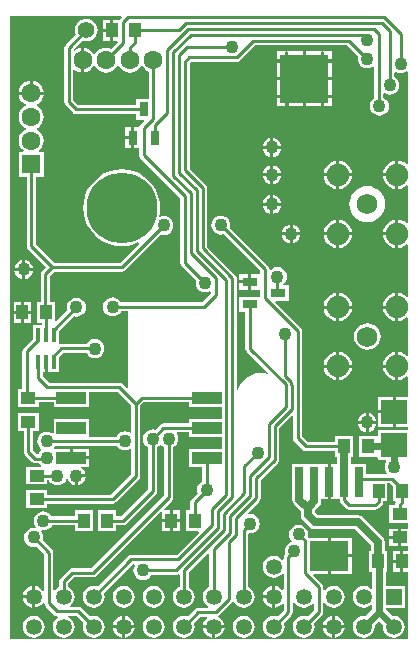
<source format=gbl>
%FSLAX25Y25*%
%MOIN*%
G70*
G01*
G75*
G04 Layer_Physical_Order=2*
G04 Layer_Color=16711680*
%ADD10C,0.05827*%
%ADD11C,0.05787*%
%ADD12R,0.05118X0.03937*%
%ADD13R,0.03937X0.01378*%
%ADD14R,0.04724X0.07874*%
%ADD15R,0.03937X0.05118*%
G04:AMPARAMS|DCode=16|XSize=78.74mil|YSize=23.62mil|CornerRadius=5.91mil|HoleSize=0mil|Usage=FLASHONLY|Rotation=270.000|XOffset=0mil|YOffset=0mil|HoleType=Round|Shape=RoundedRectangle|*
%AMROUNDEDRECTD16*
21,1,0.07874,0.01181,0,0,270.0*
21,1,0.06693,0.02362,0,0,270.0*
1,1,0.01181,-0.00591,-0.03347*
1,1,0.01181,-0.00591,0.03347*
1,1,0.01181,0.00591,0.03347*
1,1,0.01181,0.00591,-0.03347*
%
%ADD16ROUNDEDRECTD16*%
G04:AMPARAMS|DCode=17|XSize=78.74mil|YSize=23.62mil|CornerRadius=5.91mil|HoleSize=0mil|Usage=FLASHONLY|Rotation=0.000|XOffset=0mil|YOffset=0mil|HoleType=Round|Shape=RoundedRectangle|*
%AMROUNDEDRECTD17*
21,1,0.07874,0.01181,0,0,0.0*
21,1,0.06693,0.02362,0,0,0.0*
1,1,0.01181,0.03347,-0.00591*
1,1,0.01181,-0.03347,-0.00591*
1,1,0.01181,-0.03347,0.00591*
1,1,0.01181,0.03347,0.00591*
%
%ADD17ROUNDEDRECTD17*%
%ADD18R,0.03150X0.05118*%
%ADD19R,0.05118X0.03150*%
%ADD20R,0.05118X0.04331*%
%ADD21R,0.04331X0.05118*%
%ADD22O,0.00984X0.04724*%
%ADD23O,0.04724X0.00984*%
%ADD24C,0.00984*%
%ADD25C,0.02362*%
%ADD26C,0.00996*%
%ADD27C,0.01028*%
%ADD28C,0.05512*%
%ADD29C,0.06299*%
%ADD30C,0.07480*%
%ADD31C,0.06890*%
%ADD32C,0.05315*%
%ADD33R,0.05315X0.05315*%
%ADD34C,0.23622*%
%ADD35R,0.06299X0.06299*%
%ADD36R,0.16142X0.16142*%
%ADD37C,0.04331*%
%ADD38R,0.08858X0.08071*%
%ADD39R,0.01575X0.04921*%
%ADD40R,0.09843X0.03937*%
%ADD41R,0.12992X0.09843*%
%ADD42R,0.02559X0.09843*%
%ADD43C,0.01000*%
%ADD44C,0.02559*%
G36*
X-100269Y510338D02*
X-100864Y509743D01*
X-100998Y509543D01*
X-103237D01*
Y505999D01*
Y502457D01*
X-101930D01*
X-101739Y501995D01*
X-103883Y499850D01*
X-104463Y500090D01*
X-105542Y500233D01*
X-106621Y500090D01*
X-107626Y499674D01*
X-108490Y499011D01*
X-109153Y498148D01*
X-109229Y497964D01*
X-109729D01*
X-109805Y498148D01*
X-110468Y499011D01*
X-111331Y499674D01*
X-112337Y500090D01*
X-112916Y500167D01*
Y496062D01*
Y491959D01*
X-112337Y492035D01*
X-111331Y492452D01*
X-110468Y493115D01*
X-109805Y493978D01*
X-109729Y494162D01*
X-109229D01*
X-109153Y493978D01*
X-108490Y493115D01*
X-107626Y492452D01*
X-106621Y492035D01*
X-105542Y491893D01*
X-104463Y492035D01*
X-103457Y492452D01*
X-102593Y493115D01*
X-101931Y493978D01*
X-101855Y494162D01*
X-101355D01*
X-101279Y493978D01*
X-100616Y493115D01*
X-99752Y492452D01*
X-98747Y492035D01*
X-97668Y491893D01*
X-96589Y492035D01*
X-95583Y492452D01*
X-94719Y493115D01*
X-94057Y493978D01*
X-93981Y494162D01*
X-93481D01*
X-93405Y493978D01*
X-92742Y493115D01*
X-91878Y492452D01*
X-91299Y492212D01*
Y483168D01*
X-95559D01*
Y481130D01*
X-114943D01*
X-116536Y482724D01*
Y492682D01*
X-116088Y492903D01*
X-115500Y492452D01*
X-114495Y492035D01*
X-113916Y491959D01*
Y496062D01*
Y500167D01*
X-114495Y500090D01*
X-115500Y499674D01*
X-116088Y499223D01*
X-116536Y499444D01*
Y499559D01*
X-113495Y502600D01*
X-113114Y502443D01*
X-112138Y502314D01*
X-111161Y502443D01*
X-110252Y502820D01*
X-109470Y503419D01*
X-108871Y504200D01*
X-108494Y505110D01*
X-108365Y506087D01*
X-108494Y507063D01*
X-108871Y507973D01*
X-109470Y508754D01*
X-110252Y509354D01*
X-111161Y509730D01*
X-112138Y509859D01*
X-113114Y509730D01*
X-114024Y509354D01*
X-114805Y508754D01*
X-115405Y507973D01*
X-115782Y507063D01*
X-115910Y506087D01*
X-115782Y505110D01*
X-115624Y504729D01*
X-119106Y501247D01*
X-119432Y500759D01*
X-119547Y500183D01*
Y482100D01*
X-119432Y481524D01*
X-119106Y481036D01*
X-116630Y478560D01*
X-116142Y478234D01*
X-115566Y478119D01*
X-95559D01*
Y476081D01*
X-93104D01*
X-92912Y475619D01*
X-94164Y474367D01*
X-94491Y473879D01*
X-94523Y473719D01*
X-96240D01*
Y470175D01*
Y466632D01*
X-94605D01*
Y464600D01*
X-94491Y464024D01*
X-94164Y463536D01*
X-80805Y450176D01*
Y428500D01*
X-80691Y427924D01*
X-80364Y427436D01*
X-75634Y422705D01*
X-75669Y422622D01*
X-75777Y421800D01*
X-75669Y420978D01*
X-75351Y420212D01*
X-74846Y419554D01*
X-74188Y419049D01*
X-73422Y418731D01*
X-72600Y418623D01*
X-71778Y418731D01*
X-71012Y419049D01*
X-70912Y419125D01*
X-70464Y418904D01*
Y418415D01*
X-73573Y415305D01*
X-100646D01*
X-100680Y415388D01*
X-101185Y416046D01*
X-101843Y416551D01*
X-102609Y416868D01*
X-103431Y416977D01*
X-104254Y416868D01*
X-105020Y416551D01*
X-105678Y416046D01*
X-106183Y415388D01*
X-106500Y414622D01*
X-106608Y413800D01*
X-106500Y412978D01*
X-106183Y412212D01*
X-105678Y411554D01*
X-105020Y411049D01*
X-104254Y410732D01*
X-103431Y410623D01*
X-102609Y410732D01*
X-101843Y411049D01*
X-101185Y411554D01*
X-100680Y412212D01*
X-100646Y412295D01*
X-98315D01*
Y387066D01*
X-98777Y386874D01*
X-100067Y388164D01*
X-100555Y388491D01*
X-101131Y388605D01*
X-124608D01*
X-126644Y390642D01*
Y392055D01*
X-126091D01*
Y395501D01*
X-125091D01*
Y392055D01*
X-121260D01*
Y397143D01*
X-119908Y398495D01*
X-112159D01*
X-112083Y398312D01*
X-111578Y397654D01*
X-110920Y397149D01*
X-110154Y396831D01*
X-109332Y396723D01*
X-108509Y396831D01*
X-107743Y397149D01*
X-107085Y397654D01*
X-106580Y398312D01*
X-106263Y399078D01*
X-106155Y399900D01*
X-106263Y400722D01*
X-106580Y401488D01*
X-107085Y402146D01*
X-107743Y402651D01*
X-108509Y402969D01*
X-109332Y403077D01*
X-110154Y402969D01*
X-110920Y402651D01*
X-111578Y402146D01*
X-112070Y401505D01*
X-120531D01*
X-120873Y401437D01*
X-121260Y401755D01*
Y405777D01*
X-116371Y410666D01*
X-116288Y410632D01*
X-115465Y410523D01*
X-114643Y410632D01*
X-113877Y410949D01*
X-113219Y411454D01*
X-112714Y412112D01*
X-112397Y412878D01*
X-112289Y413700D01*
X-112397Y414522D01*
X-112714Y415288D01*
X-113219Y415946D01*
X-113877Y416451D01*
X-114643Y416769D01*
X-115465Y416877D01*
X-116288Y416769D01*
X-117054Y416451D01*
X-117712Y415946D01*
X-118217Y415288D01*
X-118534Y414522D01*
X-118642Y413700D01*
X-118534Y412878D01*
X-118500Y412795D01*
X-122180Y409114D01*
X-122642Y409306D01*
Y415543D01*
X-124326D01*
Y424177D01*
X-122908Y425595D01*
X-100200D01*
X-99624Y425709D01*
X-99136Y426036D01*
X-99136Y426036D01*
X-99136Y426036D01*
X-87205Y437966D01*
X-87122Y437931D01*
X-86300Y437823D01*
X-85478Y437931D01*
X-84712Y438249D01*
X-84054Y438754D01*
X-83549Y439412D01*
X-83232Y440178D01*
X-83123Y441000D01*
X-83232Y441822D01*
X-83549Y442588D01*
X-84054Y443246D01*
X-84712Y443751D01*
X-85478Y444068D01*
X-86300Y444177D01*
X-87122Y444068D01*
X-87454Y443931D01*
X-87834Y444256D01*
X-87693Y444843D01*
X-87535Y446850D01*
X-87693Y448858D01*
X-88163Y450817D01*
X-88934Y452677D01*
X-89986Y454394D01*
X-91294Y455926D01*
X-92826Y457234D01*
X-94543Y458286D01*
X-96404Y459057D01*
X-98362Y459527D01*
X-100370Y459685D01*
X-102378Y459527D01*
X-104336Y459057D01*
X-106197Y458286D01*
X-107914Y457234D01*
X-109446Y455926D01*
X-110754Y454394D01*
X-111806Y452677D01*
X-112577Y450817D01*
X-113047Y448858D01*
X-113205Y446850D01*
X-113047Y444843D01*
X-112577Y442884D01*
X-111806Y441023D01*
X-110754Y439306D01*
X-109446Y437775D01*
X-107914Y436467D01*
X-106197Y435415D01*
X-104336Y434644D01*
X-102378Y434174D01*
X-100370Y434016D01*
X-98362Y434174D01*
X-96404Y434644D01*
X-94824Y435298D01*
X-94547Y434882D01*
X-100823Y428605D01*
X-122908D01*
X-129026Y434724D01*
Y457266D01*
X-126398D01*
Y465534D01*
X-127837D01*
X-127998Y466007D01*
X-127583Y466326D01*
X-126921Y467189D01*
X-126504Y468195D01*
X-126362Y469274D01*
X-126504Y470353D01*
X-126921Y471359D01*
X-127583Y472222D01*
X-128447Y472885D01*
X-128630Y472961D01*
Y473461D01*
X-128447Y473537D01*
X-127583Y474200D01*
X-126921Y475063D01*
X-126504Y476069D01*
X-126362Y477148D01*
X-126504Y478227D01*
X-126921Y479233D01*
X-127583Y480096D01*
X-128447Y480759D01*
X-128630Y480835D01*
Y481335D01*
X-128447Y481411D01*
X-127583Y482074D01*
X-126921Y482937D01*
X-126504Y483943D01*
X-126428Y484522D01*
X-134635D01*
X-134559Y483943D01*
X-134142Y482937D01*
X-133480Y482074D01*
X-132616Y481411D01*
X-132432Y481335D01*
Y480835D01*
X-132616Y480759D01*
X-133480Y480096D01*
X-134142Y479233D01*
X-134559Y478227D01*
X-134701Y477148D01*
X-134559Y476069D01*
X-134142Y475063D01*
X-133480Y474200D01*
X-132616Y473537D01*
X-132433Y473461D01*
Y472961D01*
X-132616Y472885D01*
X-133480Y472222D01*
X-134142Y471359D01*
X-134559Y470353D01*
X-134701Y469274D01*
X-134559Y468195D01*
X-134142Y467189D01*
X-133480Y466326D01*
X-133065Y466007D01*
X-133226Y465534D01*
X-134665D01*
Y457266D01*
X-132037D01*
Y434100D01*
X-131922Y433524D01*
X-131596Y433036D01*
X-125660Y427100D01*
X-126896Y425864D01*
X-127222Y425376D01*
X-127337Y424800D01*
Y415543D01*
X-128547D01*
Y408457D01*
X-127096D01*
Y407803D01*
X-129921D01*
Y403239D01*
X-133096Y400064D01*
X-133422Y399576D01*
X-133537Y399000D01*
Y386390D01*
X-135075D01*
Y380484D01*
X-127988D01*
Y381995D01*
X-123075D01*
Y380547D01*
X-111264D01*
Y385595D01*
X-101755D01*
X-97137Y380977D01*
Y372051D01*
X-97585Y371830D01*
X-97743Y371951D01*
X-98509Y372269D01*
X-99331Y372377D01*
X-100154Y372269D01*
X-100920Y371951D01*
X-101578Y371446D01*
X-102083Y370788D01*
X-102158Y370605D01*
X-111264D01*
Y376453D01*
X-123075D01*
Y371902D01*
X-123523Y371681D01*
X-123745Y371851D01*
X-124511Y372168D01*
X-125333Y372277D01*
X-126155Y372168D01*
X-126921Y371851D01*
X-127579Y371346D01*
X-128084Y370688D01*
X-128402Y369922D01*
X-128510Y369100D01*
X-128402Y368278D01*
X-128084Y367512D01*
X-127579Y366854D01*
X-127183Y366549D01*
Y366049D01*
X-127578Y365746D01*
X-128083Y365088D01*
X-128147Y364932D01*
X-128638Y364835D01*
X-130026Y366224D01*
Y372610D01*
X-127988D01*
Y378516D01*
X-135075D01*
Y372610D01*
X-133037D01*
Y365600D01*
X-132922Y365024D01*
X-132596Y364536D01*
X-130196Y362136D01*
X-129708Y361809D01*
X-129131Y361695D01*
X-127916D01*
X-127578Y361254D01*
X-127259Y361009D01*
X-127419Y360535D01*
X-132220D01*
Y354630D01*
X-125134D01*
Y355961D01*
X-124644Y356058D01*
X-124583Y355912D01*
X-124078Y355254D01*
X-123420Y354749D01*
X-122654Y354432D01*
X-121832Y354323D01*
X-121009Y354432D01*
X-120243Y354749D01*
X-119585Y355254D01*
X-119080Y355912D01*
X-118911Y356321D01*
X-118411D01*
X-118283Y356012D01*
X-117778Y355354D01*
X-117120Y354849D01*
X-116354Y354532D01*
X-116032Y354489D01*
Y357601D01*
X-115533D01*
Y358100D01*
X-112421D01*
X-112463Y358422D01*
X-112780Y359188D01*
X-113285Y359846D01*
X-113943Y360351D01*
X-113904Y360547D01*
X-111264D01*
Y363000D01*
X-117170D01*
Y363499D01*
X-117669D01*
Y366453D01*
X-122779D01*
X-122919Y366635D01*
X-123050Y366901D01*
X-122582Y367512D01*
X-122547Y367595D01*
X-102070D01*
X-101578Y366954D01*
X-100920Y366449D01*
X-100154Y366131D01*
X-99331Y366023D01*
X-98509Y366131D01*
X-97743Y366449D01*
X-97585Y366570D01*
X-97137Y366349D01*
Y358086D01*
X-104009Y351214D01*
X-125134D01*
Y352661D01*
X-132220D01*
Y346756D01*
X-125134D01*
Y348203D01*
X-103386D01*
X-102810Y348318D01*
X-102321Y348644D01*
X-94567Y356399D01*
X-94241Y356887D01*
X-94126Y357463D01*
Y380977D01*
X-93108Y381995D01*
X-77799D01*
Y380547D01*
X-67001D01*
Y376453D01*
X-77799D01*
Y375005D01*
X-86500D01*
X-87076Y374891D01*
X-87564Y374564D01*
X-87767Y374261D01*
X-89195Y372833D01*
X-89278Y372868D01*
X-90100Y372976D01*
X-90922Y372868D01*
X-91688Y372550D01*
X-92346Y372045D01*
X-92851Y371388D01*
X-93168Y370621D01*
X-93277Y369799D01*
X-93168Y368977D01*
X-92851Y368211D01*
X-92346Y367553D01*
X-91688Y367048D01*
X-91605Y367014D01*
Y353024D01*
X-100624Y344005D01*
X-102210D01*
Y346043D01*
X-108116D01*
Y338957D01*
X-102210D01*
Y340995D01*
X-100000D01*
X-99424Y341109D01*
X-98936Y341436D01*
X-98936Y341436D01*
X-98936Y341436D01*
X-89036Y351336D01*
X-88709Y351824D01*
X-88595Y352400D01*
X-88595Y352400D01*
X-88595Y352400D01*
Y352400D01*
Y367014D01*
X-88512Y367048D01*
X-87854Y367553D01*
X-87665Y367798D01*
X-87165D01*
X-86978Y367554D01*
X-86320Y367049D01*
X-86237Y367014D01*
Y350963D01*
X-110497Y326702D01*
X-116935D01*
X-117511Y326588D01*
X-117999Y326261D01*
X-120781Y323479D01*
X-121107Y322991D01*
X-121222Y322415D01*
Y320523D01*
X-121553Y320386D01*
X-122314Y319802D01*
X-122653Y319360D01*
X-123126Y319521D01*
Y331900D01*
X-123241Y332476D01*
X-123567Y332964D01*
X-126697Y336095D01*
X-126663Y336178D01*
X-126555Y337000D01*
X-126663Y337822D01*
X-126980Y338588D01*
X-127260Y338953D01*
X-127010Y339386D01*
X-126532Y339323D01*
X-125709Y339432D01*
X-124943Y339749D01*
X-124285Y340254D01*
X-123780Y340912D01*
X-123746Y340995D01*
X-115990D01*
Y338957D01*
X-110084D01*
Y346043D01*
X-115990D01*
Y344005D01*
X-123746D01*
X-123780Y344088D01*
X-124285Y344746D01*
X-124943Y345251D01*
X-125709Y345568D01*
X-126532Y345677D01*
X-127354Y345568D01*
X-128120Y345251D01*
X-128778Y344746D01*
X-129283Y344088D01*
X-129600Y343322D01*
X-129708Y342500D01*
X-129600Y341678D01*
X-129283Y340912D01*
X-129003Y340547D01*
X-129253Y340114D01*
X-129732Y340177D01*
X-130554Y340069D01*
X-131320Y339751D01*
X-131978Y339246D01*
X-132483Y338588D01*
X-132800Y337822D01*
X-132908Y337000D01*
X-132800Y336178D01*
X-132483Y335412D01*
X-131978Y334754D01*
X-131320Y334249D01*
X-130554Y333931D01*
X-129732Y333823D01*
X-128909Y333931D01*
X-128826Y333966D01*
X-126137Y331276D01*
Y319299D01*
X-126610Y319139D01*
X-127119Y319802D01*
X-127880Y320386D01*
X-128766Y320753D01*
X-129217Y320812D01*
Y317204D01*
Y313597D01*
X-128766Y313657D01*
X-127880Y314024D01*
X-127119Y314607D01*
X-126610Y315271D01*
X-126137Y315110D01*
Y315000D01*
X-126022Y314424D01*
X-125696Y313936D01*
X-122996Y311236D01*
X-122508Y310909D01*
X-121932Y310795D01*
X-121798D01*
X-121637Y310321D01*
X-122314Y309802D01*
X-122898Y309041D01*
X-123265Y308155D01*
X-123390Y307205D01*
X-123265Y306254D01*
X-122898Y305368D01*
X-122314Y304607D01*
X-121553Y304024D01*
X-120667Y303657D01*
X-119717Y303532D01*
X-118766Y303657D01*
X-117880Y304024D01*
X-117119Y304607D01*
X-116535Y305368D01*
X-116169Y306254D01*
X-116043Y307205D01*
X-116169Y308155D01*
X-116535Y309041D01*
X-117119Y309802D01*
X-117880Y310386D01*
X-118766Y310753D01*
Y310753D01*
X-118763Y310795D01*
X-115435D01*
X-113127Y308487D01*
X-113265Y308155D01*
X-113390Y307205D01*
X-113265Y306254D01*
X-112898Y305368D01*
X-112314Y304607D01*
X-111553Y304024D01*
X-110667Y303657D01*
X-109716Y303532D01*
X-108766Y303657D01*
X-107880Y304024D01*
X-107119Y304607D01*
X-106535Y305368D01*
X-106169Y306254D01*
X-106043Y307205D01*
X-106169Y308155D01*
X-106535Y309041D01*
X-107119Y309802D01*
X-107880Y310386D01*
X-108766Y310753D01*
X-109716Y310878D01*
X-110667Y310753D01*
X-110998Y310615D01*
X-113747Y313364D01*
X-114236Y313691D01*
X-114812Y313805D01*
X-117387D01*
X-117548Y314279D01*
X-117119Y314607D01*
X-116535Y315368D01*
X-116169Y316254D01*
X-116043Y317205D01*
X-116169Y318155D01*
X-116535Y319041D01*
X-117119Y319802D01*
X-117880Y320386D01*
X-118211Y320523D01*
Y321791D01*
X-116311Y323692D01*
X-109874D01*
X-109298Y323806D01*
X-108810Y324132D01*
X-108810Y324132D01*
X-108810Y324132D01*
X-87305Y345638D01*
X-86843Y345446D01*
Y343020D01*
X-84390D01*
Y346063D01*
X-86226D01*
X-86417Y346525D01*
X-83667Y349275D01*
X-83341Y349763D01*
X-83226Y350339D01*
Y367014D01*
X-83143Y367049D01*
X-82485Y367554D01*
X-81980Y368212D01*
X-81663Y368978D01*
X-81555Y369800D01*
X-81663Y370622D01*
X-81980Y371388D01*
X-82102Y371546D01*
X-81880Y371995D01*
X-77799D01*
Y370547D01*
X-67001D01*
Y366453D01*
X-77799D01*
Y360547D01*
X-73584D01*
Y355541D01*
X-73667Y355507D01*
X-74325Y355002D01*
X-74830Y354344D01*
X-75147Y353578D01*
X-75256Y352756D01*
X-75147Y351934D01*
X-75113Y351851D01*
X-77080Y349883D01*
X-77407Y349395D01*
X-77521Y348819D01*
Y346063D01*
X-78969D01*
Y338976D01*
X-74893D01*
X-74702Y338514D01*
X-82085Y331131D01*
X-97295D01*
X-97871Y331017D01*
X-98360Y330690D01*
X-108435Y320616D01*
X-108766Y320753D01*
X-109716Y320878D01*
X-110667Y320753D01*
X-111553Y320386D01*
X-112314Y319802D01*
X-112898Y319041D01*
X-113265Y318155D01*
X-113390Y317205D01*
X-113265Y316254D01*
X-112898Y315368D01*
X-112314Y314607D01*
X-111553Y314024D01*
X-110667Y313657D01*
X-109716Y313532D01*
X-108766Y313657D01*
X-107880Y314024D01*
X-107119Y314607D01*
X-106535Y315368D01*
X-106169Y316254D01*
X-106043Y317205D01*
X-106169Y318155D01*
X-106306Y318487D01*
X-96682Y328110D01*
X-96189Y328029D01*
X-96013Y327672D01*
X-96090Y327573D01*
X-96407Y326806D01*
X-96515Y325984D01*
X-96407Y325162D01*
X-96090Y324396D01*
X-95585Y323738D01*
X-94927Y323233D01*
X-94161Y322916D01*
X-93339Y322808D01*
X-92516Y322916D01*
X-91750Y323233D01*
X-91092Y323738D01*
X-90587Y324396D01*
X-90553Y324479D01*
X-82319D01*
X-81743Y324593D01*
X-81466Y324779D01*
X-81025Y324543D01*
Y320604D01*
X-81553Y320386D01*
X-82314Y319802D01*
X-82898Y319041D01*
X-83264Y318155D01*
X-83390Y317205D01*
X-83264Y316254D01*
X-82898Y315368D01*
X-82314Y314607D01*
X-81553Y314024D01*
X-80667Y313657D01*
X-79716Y313532D01*
X-78766Y313657D01*
X-77880Y314024D01*
X-77119Y314607D01*
X-76535Y315368D01*
X-76169Y316254D01*
X-76043Y317205D01*
X-76169Y318155D01*
X-76535Y319041D01*
X-77119Y319802D01*
X-77880Y320386D01*
X-78014Y320441D01*
Y325377D01*
X-71684Y331707D01*
X-71222Y331516D01*
Y320523D01*
X-71553Y320386D01*
X-72314Y319802D01*
X-72898Y319041D01*
X-73264Y318155D01*
X-73390Y317205D01*
X-73264Y316254D01*
X-72898Y315368D01*
X-72314Y314607D01*
X-71607Y314065D01*
X-71768Y313592D01*
X-74835D01*
X-75411Y313477D01*
X-75899Y313151D01*
X-78435Y310615D01*
X-78766Y310753D01*
X-79716Y310878D01*
X-80667Y310753D01*
X-81553Y310386D01*
X-82314Y309802D01*
X-82898Y309041D01*
X-83264Y308155D01*
X-83390Y307205D01*
X-83264Y306254D01*
X-82898Y305368D01*
X-82314Y304607D01*
X-81553Y304024D01*
X-80667Y303657D01*
X-79716Y303532D01*
X-78766Y303657D01*
X-77880Y304024D01*
X-77119Y304607D01*
X-76535Y305368D01*
X-76169Y306254D01*
X-76043Y307205D01*
X-76169Y308155D01*
X-76306Y308487D01*
X-74211Y310581D01*
X-72076D01*
X-71915Y310108D01*
X-72314Y309802D01*
X-72898Y309041D01*
X-73264Y308155D01*
X-73324Y307705D01*
X-66109D01*
X-66169Y308155D01*
X-66536Y309041D01*
X-67119Y309802D01*
X-67880Y310386D01*
X-68421Y310610D01*
X-68412Y310696D01*
X-67924Y311022D01*
X-63536Y315411D01*
X-63447Y315543D01*
X-62950Y315494D01*
X-62898Y315368D01*
X-62314Y314607D01*
X-61553Y314024D01*
X-60667Y313657D01*
X-59716Y313532D01*
X-58766Y313657D01*
X-57880Y314024D01*
X-57119Y314607D01*
X-56536Y315368D01*
X-56169Y316254D01*
X-56043Y317205D01*
X-56169Y318155D01*
X-56536Y319041D01*
X-57119Y319802D01*
X-57880Y320386D01*
X-58211Y320523D01*
Y338134D01*
X-57835Y338463D01*
X-57531Y338423D01*
X-56709Y338531D01*
X-55943Y338849D01*
X-55285Y339354D01*
X-54780Y340012D01*
X-54463Y340778D01*
X-54355Y341600D01*
X-54463Y342422D01*
X-54780Y343188D01*
X-55285Y343846D01*
X-55943Y344351D01*
X-56709Y344669D01*
X-57531Y344777D01*
X-58039Y344710D01*
X-58261Y345158D01*
X-54475Y348944D01*
X-54149Y349432D01*
X-54034Y350008D01*
X-54034Y350008D01*
X-54034Y350008D01*
Y350008D01*
Y356103D01*
X-48325Y361812D01*
X-47999Y362300D01*
X-47885Y362876D01*
X-47884Y362876D01*
X-47885Y362876D01*
Y362876D01*
Y373495D01*
X-43730Y377649D01*
X-43268Y377458D01*
Y370063D01*
X-43268Y370063D01*
X-43268D01*
X-43154Y369487D01*
X-42827Y368999D01*
X-40064Y366236D01*
X-39576Y365909D01*
X-39000Y365795D01*
X-29190D01*
Y363757D01*
X-28508D01*
Y361507D01*
X-28936D01*
Y361507D01*
X-30700D01*
Y355601D01*
Y349696D01*
X-28936D01*
Y349696D01*
X-28936D01*
X-28936Y349696D01*
X-28464D01*
Y349696D01*
X-27705D01*
Y349300D01*
X-27591Y348724D01*
X-27264Y348236D01*
X-25664Y346636D01*
X-25176Y346309D01*
X-24600Y346195D01*
X-15800D01*
X-15224Y346309D01*
X-14736Y346636D01*
X-13676Y347695D01*
X-13349Y348184D01*
X-13235Y348760D01*
X-13235Y348760D01*
X-13235Y348760D01*
Y348760D01*
Y348957D01*
X-11787D01*
Y355030D01*
X-10870D01*
X-9819Y353979D01*
Y348957D01*
X-9243D01*
X-9007Y348516D01*
X-9098Y348379D01*
X-9117Y348283D01*
X-9213Y347800D01*
X-9264Y347790D01*
X-11243D01*
Y341884D01*
X-4925D01*
Y339916D01*
X-7200D01*
Y336962D01*
Y334010D01*
X-4925D01*
Y332543D01*
X-6594D01*
Y328999D01*
Y325457D01*
X-4925D01*
Y302980D01*
X-137627D01*
Y510800D01*
X-100461D01*
X-100269Y510338D01*
D02*
G37*
G36*
X-21632Y497447D02*
X-21667Y497364D01*
X-21775Y496542D01*
X-21667Y495719D01*
X-21350Y494953D01*
X-20845Y494295D01*
X-20187Y493791D01*
X-19421Y493473D01*
X-18598Y493365D01*
X-17776Y493473D01*
X-17010Y493791D01*
X-16596Y494109D01*
X-16147Y493888D01*
Y483406D01*
X-16746Y482946D01*
X-17251Y482288D01*
X-17569Y481522D01*
X-17677Y480700D01*
X-17569Y479878D01*
X-17251Y479112D01*
X-16746Y478454D01*
X-16088Y477949D01*
X-15322Y477632D01*
X-14500Y477523D01*
X-13678Y477632D01*
X-12912Y477949D01*
X-12254Y478454D01*
X-11749Y479112D01*
X-11432Y479878D01*
X-11323Y480700D01*
X-11432Y481522D01*
X-11749Y482288D01*
X-12254Y482946D01*
X-12912Y483451D01*
X-13136Y483544D01*
Y484804D01*
X-12688Y485025D01*
X-12588Y484949D01*
X-11822Y484631D01*
X-11000Y484523D01*
X-10178Y484631D01*
X-9412Y484949D01*
X-8754Y485454D01*
X-8249Y486112D01*
X-7931Y486878D01*
X-7823Y487700D01*
X-7931Y488522D01*
X-8249Y489288D01*
X-8754Y489946D01*
X-9412Y490451D01*
X-9537Y490503D01*
Y491904D01*
X-9088Y492125D01*
X-8988Y492049D01*
X-8222Y491732D01*
X-7400Y491623D01*
X-6578Y491732D01*
X-5812Y492049D01*
X-5373Y492385D01*
X-4925Y492164D01*
Y461533D01*
X-5373Y461312D01*
X-6271Y462001D01*
X-7420Y462477D01*
X-8153Y462573D01*
Y457873D01*
Y453175D01*
X-7420Y453271D01*
X-6271Y453747D01*
X-5373Y454436D01*
X-4925Y454215D01*
Y441848D01*
X-5373Y441627D01*
X-6271Y442316D01*
X-7420Y442792D01*
X-8153Y442888D01*
Y438188D01*
Y433490D01*
X-7420Y433586D01*
X-6271Y434062D01*
X-5373Y434751D01*
X-4925Y434530D01*
Y417439D01*
X-5373Y417217D01*
X-6271Y417906D01*
X-7420Y418382D01*
X-8153Y418479D01*
Y413778D01*
Y409080D01*
X-7420Y409177D01*
X-6271Y409653D01*
X-5373Y410342D01*
X-4925Y410121D01*
Y397753D01*
X-5373Y397532D01*
X-6271Y398221D01*
X-7420Y398697D01*
X-8153Y398794D01*
Y394093D01*
Y389395D01*
X-7420Y389492D01*
X-6271Y389968D01*
X-5373Y390657D01*
X-4925Y390436D01*
Y383930D01*
X-9000D01*
Y378909D01*
Y373891D01*
X-4925D01*
Y372709D01*
X-14913D01*
Y370843D01*
X-15410D01*
Y370843D01*
X-21316D01*
Y363757D01*
X-15410D01*
Y363757D01*
X-15267D01*
X-14913Y363403D01*
Y362670D01*
X-12440D01*
X-12219Y362222D01*
X-12351Y362049D01*
X-12668Y361283D01*
X-12777Y360461D01*
X-12668Y359638D01*
X-12351Y358872D01*
X-12069Y358505D01*
X-12291Y358057D01*
X-18936D01*
Y361507D01*
X-23464D01*
Y361507D01*
X-23538D01*
X-23892Y361861D01*
Y363757D01*
X-23284D01*
Y370843D01*
X-29190D01*
Y368805D01*
X-38377D01*
X-40258Y370687D01*
Y405882D01*
X-40372Y406458D01*
X-40699Y406946D01*
X-43259Y409506D01*
X-43608Y409740D01*
X-49248Y415379D01*
X-49056Y415841D01*
X-44632D01*
Y420959D01*
X-46381D01*
X-46542Y421432D01*
X-46254Y421654D01*
X-45749Y422312D01*
X-45432Y423078D01*
X-45323Y423900D01*
X-45432Y424722D01*
X-45749Y425488D01*
X-46254Y426146D01*
X-46912Y426651D01*
X-47678Y426968D01*
X-48500Y427077D01*
X-49322Y426968D01*
X-50088Y426651D01*
X-50746Y426146D01*
X-50746Y426146D01*
X-51195Y426368D01*
Y426500D01*
X-51309Y427076D01*
X-51636Y427564D01*
X-64266Y440195D01*
X-64231Y440278D01*
X-64123Y441100D01*
X-64231Y441922D01*
X-64549Y442688D01*
X-65054Y443346D01*
X-65712Y443851D01*
X-66478Y444169D01*
X-67300Y444277D01*
X-68122Y444169D01*
X-68888Y443851D01*
X-69546Y443346D01*
X-70051Y442688D01*
X-70368Y441922D01*
X-70477Y441100D01*
X-70368Y440278D01*
X-70051Y439512D01*
X-69546Y438854D01*
X-68888Y438349D01*
X-68122Y438031D01*
X-67300Y437923D01*
X-66478Y438031D01*
X-66395Y438066D01*
X-54205Y425877D01*
Y424699D01*
X-57124D01*
Y422139D01*
Y419581D01*
X-54205D01*
Y417219D01*
X-61168D01*
Y412101D01*
X-59130D01*
Y399924D01*
X-59015Y399348D01*
X-58689Y398860D01*
X-51724Y391895D01*
X-51981Y391466D01*
X-52499Y391624D01*
X-54024Y391774D01*
X-55548Y391624D01*
X-57014Y391179D01*
X-58364Y390457D01*
X-59548Y389485D01*
X-60520Y388301D01*
X-61242Y386951D01*
X-61528Y386009D01*
X-62022Y386083D01*
Y423446D01*
X-62137Y424021D01*
X-62463Y424510D01*
X-71889Y433936D01*
Y453448D01*
X-72004Y454024D01*
X-72330Y454512D01*
X-77757Y459939D01*
Y494914D01*
X-77218Y495453D01*
X-62091D01*
X-61515Y495568D01*
X-61027Y495894D01*
X-55966Y500955D01*
X-25141D01*
X-21632Y497447D01*
D02*
G37*
%LPC*%
G36*
X-10000Y378410D02*
X-14913D01*
Y373891D01*
X-10000D01*
Y378410D01*
D02*
G37*
G36*
X-15489Y374800D02*
X-18100D01*
Y372189D01*
X-17778Y372232D01*
X-17012Y372549D01*
X-16354Y373054D01*
X-15849Y373712D01*
X-15531Y374478D01*
X-15489Y374800D01*
D02*
G37*
G36*
X-10000Y383930D02*
X-14913D01*
Y379410D01*
X-10000D01*
Y383930D01*
D02*
G37*
G36*
X-18100Y378411D02*
Y375800D01*
X-15489D01*
X-15531Y376122D01*
X-15849Y376888D01*
X-16354Y377546D01*
X-17012Y378051D01*
X-17778Y378368D01*
X-18100Y378411D01*
D02*
G37*
G36*
X-19100D02*
X-19422Y378368D01*
X-20188Y378051D01*
X-20846Y377546D01*
X-21351Y376888D01*
X-21668Y376122D01*
X-21711Y375800D01*
X-19100D01*
Y378411D01*
D02*
G37*
G36*
Y374800D02*
X-21711D01*
X-21668Y374478D01*
X-21351Y373712D01*
X-20846Y373054D01*
X-20188Y372549D01*
X-19422Y372232D01*
X-19100Y372189D01*
Y374800D01*
D02*
G37*
G36*
X-80937Y346063D02*
X-83390D01*
Y343020D01*
X-80937D01*
Y346063D01*
D02*
G37*
G36*
Y342020D02*
X-83390D01*
Y338976D01*
X-80937D01*
Y342020D01*
D02*
G37*
G36*
X-84390D02*
X-86843D01*
Y338976D01*
X-84390D01*
Y342020D01*
D02*
G37*
G36*
X-111264Y366453D02*
X-116669D01*
Y364000D01*
X-111264D01*
Y366453D01*
D02*
G37*
G36*
X-33936Y361507D02*
Y361507D01*
X-38464D01*
D01*
D01*
X-38464Y361507D01*
X-38936D01*
Y361507D01*
X-43464D01*
Y355824D01*
X-43508Y355602D01*
Y349600D01*
X-43332Y348717D01*
X-42832Y347968D01*
X-40708Y345844D01*
Y344369D01*
X-40532Y343485D01*
X-40532Y343485D01*
X-40532Y343485D01*
X-40032Y342736D01*
X-37664Y340368D01*
X-36915Y339868D01*
X-36768Y339838D01*
X-36031Y339692D01*
X-22488D01*
X-17277Y334481D01*
Y332543D01*
X-17921D01*
Y325457D01*
X-16806D01*
Y320127D01*
X-17255Y319906D01*
X-17880Y320386D01*
X-18766Y320753D01*
X-19716Y320878D01*
X-20667Y320753D01*
X-21553Y320386D01*
X-22314Y319802D01*
X-22898Y319041D01*
X-23265Y318155D01*
X-23390Y317205D01*
X-23265Y316254D01*
X-22898Y315368D01*
X-22314Y314607D01*
X-21553Y314024D01*
X-20667Y313657D01*
X-19716Y313532D01*
X-18766Y313657D01*
X-17880Y314024D01*
X-17255Y314504D01*
X-16806Y314282D01*
Y313040D01*
X-19056Y310791D01*
X-19716Y310878D01*
X-20667Y310753D01*
X-21553Y310386D01*
X-22314Y309802D01*
X-22898Y309041D01*
X-23265Y308155D01*
X-23390Y307205D01*
X-23265Y306254D01*
X-22898Y305368D01*
X-22314Y304607D01*
X-21553Y304024D01*
X-20667Y303657D01*
X-19716Y303532D01*
X-18766Y303657D01*
X-17880Y304024D01*
X-17119Y304607D01*
X-16535Y305368D01*
X-16169Y306254D01*
X-16043Y307205D01*
X-16085Y307518D01*
X-14598Y309004D01*
X-13321Y307726D01*
X-13390Y307205D01*
X-13264Y306254D01*
X-12898Y305368D01*
X-12314Y304607D01*
X-11553Y304024D01*
X-10667Y303657D01*
X-9717Y303532D01*
X-8766Y303657D01*
X-7880Y304024D01*
X-7119Y304607D01*
X-6536Y305368D01*
X-6168Y306254D01*
X-6043Y307205D01*
X-6168Y308155D01*
X-6536Y309041D01*
X-7119Y309802D01*
X-7880Y310386D01*
X-8766Y310753D01*
X-9717Y310878D01*
X-10169Y310818D01*
X-12391Y313040D01*
Y313563D01*
X-6075D01*
Y320847D01*
X-12391D01*
Y325457D01*
X-12016D01*
Y327637D01*
X-11897Y328236D01*
X-12016Y328835D01*
Y332543D01*
X-12660D01*
Y335437D01*
X-12836Y336320D01*
X-13336Y337069D01*
X-19899Y343632D01*
X-20648Y344132D01*
X-21531Y344308D01*
X-35075D01*
X-36092Y345324D01*
Y345844D01*
X-34568Y347368D01*
X-34068Y348117D01*
X-33892Y349000D01*
Y349696D01*
X-33464D01*
Y349696D01*
X-31700D01*
Y355601D01*
Y361507D01*
X-33464D01*
D01*
D01*
X-33464Y361507D01*
X-33936D01*
D02*
G37*
G36*
X-112421Y357100D02*
X-115032D01*
Y354489D01*
X-114709Y354532D01*
X-113943Y354849D01*
X-113285Y355354D01*
X-112780Y356012D01*
X-112463Y356778D01*
X-112421Y357100D01*
D02*
G37*
G36*
X-28839Y393595D02*
X-33038D01*
X-32941Y392861D01*
X-32465Y391712D01*
X-31708Y390725D01*
X-30721Y389968D01*
X-29572Y389492D01*
X-28839Y389395D01*
Y393595D01*
D02*
G37*
G36*
X-23639Y413279D02*
X-27839D01*
Y409080D01*
X-27105Y409177D01*
X-25956Y409653D01*
X-24969Y410410D01*
X-24212Y411397D01*
X-23736Y412546D01*
X-23639Y413279D01*
D02*
G37*
G36*
X-28839D02*
X-33038D01*
X-32941Y412546D01*
X-32465Y411397D01*
X-31708Y410410D01*
X-30721Y409653D01*
X-29572Y409177D01*
X-28839Y409080D01*
Y413279D01*
D02*
G37*
G36*
X-130516Y411500D02*
X-132968D01*
Y408457D01*
X-130516D01*
Y411500D01*
D02*
G37*
G36*
Y415543D02*
X-132968D01*
Y412500D01*
X-130516D01*
Y415543D01*
D02*
G37*
G36*
X-133968D02*
X-136421D01*
Y412500D01*
X-133968D01*
Y415543D01*
D02*
G37*
G36*
X-9154Y413279D02*
X-13353D01*
X-13256Y412546D01*
X-12780Y411397D01*
X-12023Y410410D01*
X-11036Y409653D01*
X-9887Y409177D01*
X-9154Y409080D01*
Y413279D01*
D02*
G37*
G36*
X-133968Y411500D02*
X-136421D01*
Y408457D01*
X-133968D01*
Y411500D01*
D02*
G37*
G36*
X-28839Y398794D02*
X-29572Y398697D01*
X-30721Y398221D01*
X-31708Y397464D01*
X-32465Y396477D01*
X-32941Y395328D01*
X-33038Y394595D01*
X-28839D01*
Y398794D01*
D02*
G37*
G36*
X-9154Y393595D02*
X-13353D01*
X-13256Y392861D01*
X-12780Y391712D01*
X-12023Y390725D01*
X-11036Y389968D01*
X-9887Y389492D01*
X-9154Y389395D01*
Y393595D01*
D02*
G37*
G36*
X-23639D02*
X-27839D01*
Y389395D01*
X-27105Y389492D01*
X-25956Y389968D01*
X-24969Y390725D01*
X-24212Y391712D01*
X-23736Y392861D01*
X-23639Y393595D01*
D02*
G37*
G36*
X-18496Y408404D02*
X-19652Y408252D01*
X-20730Y407806D01*
X-21655Y407096D01*
X-22365Y406171D01*
X-22811Y405093D01*
X-22963Y403937D01*
X-22811Y402781D01*
X-22365Y401703D01*
X-21655Y400778D01*
X-20730Y400068D01*
X-19652Y399622D01*
X-18496Y399470D01*
X-17340Y399622D01*
X-16262Y400068D01*
X-15337Y400778D01*
X-14627Y401703D01*
X-14181Y402781D01*
X-14029Y403937D01*
X-14181Y405093D01*
X-14627Y406171D01*
X-15337Y407096D01*
X-16262Y407806D01*
X-17340Y408252D01*
X-18496Y408404D01*
D02*
G37*
G36*
X-9154Y398794D02*
X-9887Y398697D01*
X-11036Y398221D01*
X-12023Y397464D01*
X-12780Y396477D01*
X-13256Y395328D01*
X-13353Y394595D01*
X-9154D01*
Y398794D01*
D02*
G37*
G36*
X-27839D02*
Y394595D01*
X-23639D01*
X-23736Y395328D01*
X-24212Y396477D01*
X-24969Y397464D01*
X-25956Y398221D01*
X-27105Y398697D01*
X-27839Y398794D01*
D02*
G37*
G36*
X-100216Y310812D02*
X-100667Y310753D01*
X-101553Y310386D01*
X-102314Y309802D01*
X-102898Y309041D01*
X-103264Y308155D01*
X-103324Y307705D01*
X-100216D01*
Y310812D01*
D02*
G37*
G36*
X-26109Y306705D02*
X-29217D01*
Y303597D01*
X-28766Y303657D01*
X-27880Y304024D01*
X-27119Y304607D01*
X-26535Y305368D01*
X-26169Y306254D01*
X-26109Y306705D01*
D02*
G37*
G36*
X-30217D02*
X-33324D01*
X-33264Y306254D01*
X-32898Y305368D01*
X-32314Y304607D01*
X-31553Y304024D01*
X-30667Y303657D01*
X-30217Y303597D01*
Y306705D01*
D02*
G37*
G36*
X-29217Y310812D02*
Y307705D01*
X-26109D01*
X-26169Y308155D01*
X-26535Y309041D01*
X-27119Y309802D01*
X-27880Y310386D01*
X-28766Y310753D01*
X-29217Y310812D01*
D02*
G37*
G36*
X-30217D02*
X-30667Y310753D01*
X-31553Y310386D01*
X-32314Y309802D01*
X-32898Y309041D01*
X-33264Y308155D01*
X-33324Y307705D01*
X-30217D01*
Y310812D01*
D02*
G37*
G36*
X-99217D02*
Y307705D01*
X-96109D01*
X-96169Y308155D01*
X-96535Y309041D01*
X-97119Y309802D01*
X-97880Y310386D01*
X-98766Y310753D01*
X-99217Y310812D01*
D02*
G37*
G36*
X-66109Y306705D02*
X-69217D01*
Y303597D01*
X-68766Y303657D01*
X-67880Y304024D01*
X-67119Y304607D01*
X-66536Y305368D01*
X-66169Y306254D01*
X-66109Y306705D01*
D02*
G37*
G36*
X-59716Y310878D02*
X-60667Y310753D01*
X-61553Y310386D01*
X-62314Y309802D01*
X-62898Y309041D01*
X-63265Y308155D01*
X-63390Y307205D01*
X-63265Y306254D01*
X-62898Y305368D01*
X-62314Y304607D01*
X-61553Y304024D01*
X-60667Y303657D01*
X-59716Y303532D01*
X-58766Y303657D01*
X-57880Y304024D01*
X-57119Y304607D01*
X-56536Y305368D01*
X-56169Y306254D01*
X-56043Y307205D01*
X-56169Y308155D01*
X-56536Y309041D01*
X-57119Y309802D01*
X-57880Y310386D01*
X-58766Y310753D01*
X-59716Y310878D01*
D02*
G37*
G36*
X-89717D02*
X-90667Y310753D01*
X-91553Y310386D01*
X-92314Y309802D01*
X-92898Y309041D01*
X-93265Y308155D01*
X-93390Y307205D01*
X-93265Y306254D01*
X-92898Y305368D01*
X-92314Y304607D01*
X-91553Y304024D01*
X-90667Y303657D01*
X-89717Y303532D01*
X-88766Y303657D01*
X-87880Y304024D01*
X-87119Y304607D01*
X-86536Y305368D01*
X-86169Y306254D01*
X-86043Y307205D01*
X-86169Y308155D01*
X-86536Y309041D01*
X-87119Y309802D01*
X-87880Y310386D01*
X-88766Y310753D01*
X-89717Y310878D01*
D02*
G37*
G36*
X-129717D02*
X-130667Y310753D01*
X-131553Y310386D01*
X-132314Y309802D01*
X-132898Y309041D01*
X-133265Y308155D01*
X-133390Y307205D01*
X-133265Y306254D01*
X-132898Y305368D01*
X-132314Y304607D01*
X-131553Y304024D01*
X-130667Y303657D01*
X-129717Y303532D01*
X-128766Y303657D01*
X-127880Y304024D01*
X-127119Y304607D01*
X-126535Y305368D01*
X-126169Y306254D01*
X-126043Y307205D01*
X-126169Y308155D01*
X-126535Y309041D01*
X-127119Y309802D01*
X-127880Y310386D01*
X-128766Y310753D01*
X-129717Y310878D01*
D02*
G37*
G36*
X-70217Y306705D02*
X-73324D01*
X-73264Y306254D01*
X-72898Y305368D01*
X-72314Y304607D01*
X-71553Y304024D01*
X-70667Y303657D01*
X-70217Y303597D01*
Y306705D01*
D02*
G37*
G36*
X-96109D02*
X-99217D01*
Y303597D01*
X-98766Y303657D01*
X-97880Y304024D01*
X-97119Y304607D01*
X-96535Y305368D01*
X-96169Y306254D01*
X-96109Y306705D01*
D02*
G37*
G36*
X-100216D02*
X-103324D01*
X-103264Y306254D01*
X-102898Y305368D01*
X-102314Y304607D01*
X-101553Y304024D01*
X-100667Y303657D01*
X-100216Y303597D01*
Y306705D01*
D02*
G37*
G36*
X-41400Y341177D02*
X-42222Y341069D01*
X-42988Y340751D01*
X-43646Y340246D01*
X-44151Y339588D01*
X-44469Y338822D01*
X-44577Y338000D01*
X-44469Y337178D01*
X-44151Y336412D01*
X-43690Y335811D01*
X-43820Y335328D01*
X-44488Y335051D01*
X-45146Y334546D01*
X-45651Y333888D01*
X-45968Y333122D01*
X-46077Y332300D01*
X-45968Y331478D01*
X-45934Y331395D01*
X-45975Y331354D01*
X-46301Y330865D01*
X-46416Y330289D01*
Y329663D01*
X-46889Y329503D01*
X-47119Y329802D01*
X-47880Y330386D01*
X-48766Y330753D01*
X-49716Y330878D01*
X-50667Y330753D01*
X-51553Y330386D01*
X-52314Y329802D01*
X-52898Y329041D01*
X-53264Y328155D01*
X-53390Y327205D01*
X-53264Y326254D01*
X-52898Y325368D01*
X-52314Y324607D01*
X-51553Y324024D01*
X-50667Y323657D01*
X-49716Y323532D01*
X-48766Y323657D01*
X-47880Y324024D01*
X-47119Y324607D01*
X-46889Y324907D01*
X-46416Y324746D01*
Y319663D01*
X-46889Y319502D01*
X-47119Y319802D01*
X-47880Y320386D01*
X-48766Y320753D01*
X-49216Y320812D01*
Y317204D01*
Y313597D01*
X-48766Y313657D01*
X-47880Y314024D01*
X-47119Y314607D01*
X-46889Y314907D01*
X-46416Y314746D01*
Y312634D01*
X-48435Y310615D01*
X-48766Y310753D01*
X-49716Y310878D01*
X-50667Y310753D01*
X-51553Y310386D01*
X-52314Y309802D01*
X-52898Y309041D01*
X-53264Y308155D01*
X-53390Y307205D01*
X-53264Y306254D01*
X-52898Y305368D01*
X-52314Y304607D01*
X-51553Y304024D01*
X-50667Y303657D01*
X-49716Y303532D01*
X-48766Y303657D01*
X-47880Y304024D01*
X-47119Y304607D01*
X-46536Y305368D01*
X-46169Y306254D01*
X-46043Y307205D01*
X-46169Y308155D01*
X-46306Y308487D01*
X-43846Y310946D01*
X-43520Y311435D01*
X-43405Y312011D01*
X-43405Y312011D01*
X-43405Y312011D01*
Y312011D01*
Y315313D01*
X-42915Y315410D01*
X-42898Y315368D01*
X-42314Y314607D01*
X-41553Y314024D01*
X-40667Y313657D01*
X-39717Y313532D01*
X-38766Y313657D01*
X-37880Y314024D01*
X-37119Y314607D01*
X-36710Y315140D01*
X-36237Y314980D01*
Y312813D01*
X-38435Y310615D01*
X-38766Y310753D01*
X-39717Y310878D01*
X-40667Y310753D01*
X-41553Y310386D01*
X-42314Y309802D01*
X-42898Y309041D01*
X-43264Y308155D01*
X-43390Y307205D01*
X-43264Y306254D01*
X-42898Y305368D01*
X-42314Y304607D01*
X-41553Y304024D01*
X-40667Y303657D01*
X-39717Y303532D01*
X-38766Y303657D01*
X-37880Y304024D01*
X-37119Y304607D01*
X-36536Y305368D01*
X-36169Y306254D01*
X-36043Y307205D01*
X-36169Y308155D01*
X-36306Y308487D01*
X-33667Y311125D01*
X-33341Y311614D01*
X-33226Y312190D01*
X-33226Y312190D01*
X-33226Y312190D01*
Y312190D01*
Y315019D01*
X-32753Y315179D01*
X-32314Y314607D01*
X-31553Y314024D01*
X-30667Y313657D01*
X-29717Y313532D01*
X-28766Y313657D01*
X-27880Y314024D01*
X-27119Y314607D01*
X-26535Y315368D01*
X-26169Y316254D01*
X-26043Y317205D01*
X-26169Y318155D01*
X-26535Y319041D01*
X-27119Y319802D01*
X-27880Y320386D01*
X-28766Y320753D01*
X-29717Y320878D01*
X-30667Y320753D01*
X-31553Y320386D01*
X-32314Y319802D01*
X-32753Y319230D01*
X-33226Y319391D01*
Y320500D01*
X-33341Y321076D01*
X-33667Y321564D01*
X-36534Y324431D01*
X-36342Y324893D01*
X-31700D01*
Y330797D01*
Y336704D01*
X-38048D01*
X-38194Y336923D01*
X-38366Y337095D01*
X-38331Y337178D01*
X-38223Y338000D01*
X-38331Y338822D01*
X-38649Y339588D01*
X-39154Y340246D01*
X-39812Y340751D01*
X-40578Y341069D01*
X-41400Y341177D01*
D02*
G37*
G36*
X-7594Y332543D02*
X-10047D01*
Y329500D01*
X-7594D01*
Y332543D01*
D02*
G37*
G36*
Y328500D02*
X-10047D01*
Y325457D01*
X-7594D01*
Y328500D01*
D02*
G37*
G36*
X-8200Y339916D02*
X-11243D01*
Y337463D01*
X-8200D01*
Y339916D01*
D02*
G37*
G36*
Y336463D02*
X-11243D01*
Y334010D01*
X-8200D01*
Y336463D01*
D02*
G37*
G36*
X-23720Y336704D02*
X-30700D01*
Y331298D01*
X-23720D01*
Y336704D01*
D02*
G37*
G36*
Y330298D02*
X-30700D01*
Y324893D01*
X-23720D01*
Y330298D01*
D02*
G37*
G36*
X-130217Y316705D02*
X-133324D01*
X-133265Y316254D01*
X-132898Y315368D01*
X-132314Y314607D01*
X-131553Y314024D01*
X-130667Y313657D01*
X-130217Y313597D01*
Y316705D01*
D02*
G37*
G36*
X-89717Y320878D02*
X-90667Y320753D01*
X-91553Y320386D01*
X-92314Y319802D01*
X-92898Y319041D01*
X-93265Y318155D01*
X-93390Y317205D01*
X-93265Y316254D01*
X-92898Y315368D01*
X-92314Y314607D01*
X-91553Y314024D01*
X-90667Y313657D01*
X-89717Y313532D01*
X-88766Y313657D01*
X-87880Y314024D01*
X-87119Y314607D01*
X-86536Y315368D01*
X-86169Y316254D01*
X-86043Y317205D01*
X-86169Y318155D01*
X-86536Y319041D01*
X-87119Y319802D01*
X-87880Y320386D01*
X-88766Y320753D01*
X-89717Y320878D01*
D02*
G37*
G36*
X-99717D02*
X-100667Y320753D01*
X-101553Y320386D01*
X-102314Y319802D01*
X-102898Y319041D01*
X-103264Y318155D01*
X-103390Y317205D01*
X-103264Y316254D01*
X-102898Y315368D01*
X-102314Y314607D01*
X-101553Y314024D01*
X-100667Y313657D01*
X-99717Y313532D01*
X-98766Y313657D01*
X-97880Y314024D01*
X-97119Y314607D01*
X-96535Y315368D01*
X-96169Y316254D01*
X-96043Y317205D01*
X-96169Y318155D01*
X-96535Y319041D01*
X-97119Y319802D01*
X-97880Y320386D01*
X-98766Y320753D01*
X-99717Y320878D01*
D02*
G37*
G36*
X-50217Y320812D02*
X-50667Y320753D01*
X-51553Y320386D01*
X-52314Y319802D01*
X-52898Y319041D01*
X-53264Y318155D01*
X-53324Y317705D01*
X-50217D01*
Y320812D01*
D02*
G37*
G36*
X-130217D02*
X-130667Y320753D01*
X-131553Y320386D01*
X-132314Y319802D01*
X-132898Y319041D01*
X-133265Y318155D01*
X-133324Y317705D01*
X-130217D01*
Y320812D01*
D02*
G37*
G36*
X-50217Y316705D02*
X-53324D01*
X-53264Y316254D01*
X-52898Y315368D01*
X-52314Y314607D01*
X-51553Y314024D01*
X-50667Y313657D01*
X-50217Y313597D01*
Y316705D01*
D02*
G37*
G36*
X-47189Y466500D02*
X-49800D01*
Y463889D01*
X-49478Y463932D01*
X-48712Y464249D01*
X-48054Y464754D01*
X-47549Y465412D01*
X-47232Y466178D01*
X-47189Y466500D01*
D02*
G37*
G36*
X-50800D02*
X-53411D01*
X-53369Y466178D01*
X-53051Y465412D01*
X-52546Y464754D01*
X-51888Y464249D01*
X-51122Y463932D01*
X-50800Y463889D01*
Y466500D01*
D02*
G37*
G36*
X-9154Y462573D02*
X-9887Y462477D01*
X-11036Y462001D01*
X-12023Y461243D01*
X-12780Y460257D01*
X-13256Y459107D01*
X-13353Y458374D01*
X-9154D01*
Y462573D01*
D02*
G37*
G36*
X-49800Y470111D02*
Y467500D01*
X-47189D01*
X-47232Y467822D01*
X-47549Y468588D01*
X-48054Y469246D01*
X-48712Y469751D01*
X-49478Y470069D01*
X-49800Y470111D01*
D02*
G37*
G36*
X-50800D02*
X-51122Y470069D01*
X-51888Y469751D01*
X-52546Y469246D01*
X-53051Y468588D01*
X-53369Y467822D01*
X-53411Y467500D01*
X-50800D01*
Y470111D01*
D02*
G37*
G36*
X-97240Y469676D02*
X-99299D01*
Y466632D01*
X-97240D01*
Y469676D01*
D02*
G37*
G36*
X-27839Y462573D02*
Y458374D01*
X-23639D01*
X-23736Y459107D01*
X-24212Y460257D01*
X-24969Y461243D01*
X-25956Y462001D01*
X-27105Y462477D01*
X-27839Y462573D01*
D02*
G37*
G36*
X-47188Y457374D02*
X-49799D01*
Y454763D01*
X-49477Y454806D01*
X-48711Y455123D01*
X-48053Y455628D01*
X-47548Y456286D01*
X-47231Y457052D01*
X-47188Y457374D01*
D02*
G37*
G36*
X-50799D02*
X-53410D01*
X-53368Y457052D01*
X-53050Y456286D01*
X-52545Y455628D01*
X-51888Y455123D01*
X-51121Y454806D01*
X-50799Y454763D01*
Y457374D01*
D02*
G37*
G36*
X-9154D02*
X-13353D01*
X-13256Y456641D01*
X-12780Y455491D01*
X-12023Y454504D01*
X-11036Y453747D01*
X-9887Y453271D01*
X-9154Y453175D01*
Y457374D01*
D02*
G37*
G36*
X-28839Y462573D02*
X-29572Y462477D01*
X-30721Y462001D01*
X-31708Y461243D01*
X-32465Y460257D01*
X-32941Y459107D01*
X-33038Y458374D01*
X-28839D01*
Y462573D01*
D02*
G37*
G36*
X-49799Y460985D02*
Y458374D01*
X-47188D01*
X-47231Y458696D01*
X-47548Y459462D01*
X-48053Y460120D01*
X-48711Y460625D01*
X-49477Y460943D01*
X-49799Y460985D01*
D02*
G37*
G36*
X-50799D02*
X-51121Y460943D01*
X-51888Y460625D01*
X-52545Y460120D01*
X-53050Y459462D01*
X-53368Y458696D01*
X-53410Y458374D01*
X-50799D01*
Y460985D01*
D02*
G37*
G36*
X-45571Y498959D02*
X-48513D01*
Y496017D01*
X-48474Y496309D01*
X-45863D01*
Y498921D01*
X-45571Y498959D01*
D02*
G37*
G36*
X-39957D02*
X-45155D01*
X-44863Y498921D01*
Y495808D01*
X-45362D01*
Y495309D01*
X-48474D01*
X-48513Y495602D01*
Y490404D01*
X-39957D01*
Y495808D01*
Y498921D01*
Y498959D01*
D02*
G37*
G36*
X-33760D02*
X-38958D01*
Y498921D01*
Y495808D01*
Y490404D01*
X-30402D01*
Y495602D01*
X-30441Y495309D01*
X-33553D01*
Y495808D01*
X-34052D01*
Y498921D01*
X-33760Y498959D01*
D02*
G37*
G36*
X-104237Y509543D02*
X-106690D01*
Y506500D01*
X-104237D01*
Y509543D01*
D02*
G37*
G36*
Y505500D02*
X-106690D01*
Y502457D01*
X-104237D01*
Y505500D01*
D02*
G37*
G36*
X-30402Y498959D02*
X-33344D01*
X-33052Y498921D01*
Y496309D01*
X-30441D01*
X-30402Y496017D01*
Y498959D01*
D02*
G37*
G36*
X-130032Y489126D02*
Y485522D01*
X-126428D01*
X-126504Y486101D01*
X-126921Y487107D01*
X-127583Y487970D01*
X-128447Y488633D01*
X-129452Y489049D01*
X-130032Y489126D01*
D02*
G37*
G36*
X-39957Y489404D02*
X-48513D01*
Y484206D01*
X-48474Y484498D01*
X-45362D01*
Y483999D01*
X-44863D01*
Y480887D01*
X-45155Y480849D01*
X-39957D01*
Y480887D01*
Y483999D01*
Y489404D01*
D02*
G37*
G36*
X-48513Y483790D02*
Y480849D01*
X-45571D01*
X-45863Y480887D01*
Y483498D01*
X-48474D01*
X-48513Y483790D01*
D02*
G37*
G36*
X-97240Y473719D02*
X-99299D01*
Y470676D01*
X-97240D01*
Y473719D01*
D02*
G37*
G36*
X-131032Y489126D02*
X-131611Y489049D01*
X-132616Y488633D01*
X-133480Y487970D01*
X-134142Y487107D01*
X-134559Y486101D01*
X-134635Y485522D01*
X-131032D01*
Y489126D01*
D02*
G37*
G36*
X-30402Y489404D02*
X-38958D01*
Y480849D01*
X-33760D01*
X-34052Y480887D01*
Y483999D01*
X-33553D01*
Y484498D01*
X-30441D01*
X-30402Y484206D01*
Y489404D01*
D02*
G37*
G36*
Y483790D02*
X-30441Y483498D01*
X-33052D01*
Y480887D01*
X-33344Y480849D01*
X-30402D01*
Y483790D01*
D02*
G37*
G36*
X-28839Y437689D02*
X-33038D01*
X-32941Y436956D01*
X-32465Y435806D01*
X-31708Y434820D01*
X-30721Y434062D01*
X-29572Y433586D01*
X-28839Y433490D01*
Y437689D01*
D02*
G37*
G36*
X-132531Y429411D02*
Y426800D01*
X-129921D01*
X-129963Y427122D01*
X-130280Y427888D01*
X-130785Y428546D01*
X-131443Y429051D01*
X-132209Y429368D01*
X-132531Y429411D01*
D02*
G37*
G36*
X-133531D02*
X-133854Y429368D01*
X-134620Y429051D01*
X-135278Y428546D01*
X-135783Y427888D01*
X-136100Y427122D01*
X-136143Y426800D01*
X-133531D01*
Y429411D01*
D02*
G37*
G36*
X-44402Y437689D02*
X-47012D01*
X-46970Y437367D01*
X-46653Y436601D01*
X-46148Y435943D01*
X-45490Y435438D01*
X-44724Y435120D01*
X-44402Y435078D01*
Y437689D01*
D02*
G37*
G36*
X-9154D02*
X-13353D01*
X-13256Y436956D01*
X-12780Y435806D01*
X-12023Y434820D01*
X-11036Y434062D01*
X-9887Y433586D01*
X-9154Y433490D01*
Y437689D01*
D02*
G37*
G36*
X-23639D02*
X-27839D01*
Y433490D01*
X-27105Y433586D01*
X-25956Y434062D01*
X-24969Y434820D01*
X-24212Y435806D01*
X-23736Y436956D01*
X-23639Y437689D01*
D02*
G37*
G36*
X-129921Y425800D02*
X-132531D01*
Y423189D01*
X-132209Y423232D01*
X-131443Y423549D01*
X-130785Y424054D01*
X-130280Y424712D01*
X-129963Y425478D01*
X-129921Y425800D01*
D02*
G37*
G36*
X-9154Y418479D02*
X-9887Y418382D01*
X-11036Y417906D01*
X-12023Y417149D01*
X-12780Y416162D01*
X-13256Y415013D01*
X-13353Y414280D01*
X-9154D01*
Y418479D01*
D02*
G37*
G36*
X-27839D02*
Y414280D01*
X-23639D01*
X-23736Y415013D01*
X-24212Y416162D01*
X-24969Y417149D01*
X-25956Y417906D01*
X-27105Y418382D01*
X-27839Y418479D01*
D02*
G37*
G36*
X-28839D02*
X-29572Y418382D01*
X-30721Y417906D01*
X-31708Y417149D01*
X-32465Y416162D01*
X-32941Y415013D01*
X-33038Y414280D01*
X-28839D01*
Y418479D01*
D02*
G37*
G36*
X-133531Y425800D02*
X-136143D01*
X-136100Y425478D01*
X-135783Y424712D01*
X-135278Y424054D01*
X-134620Y423549D01*
X-133854Y423232D01*
X-133531Y423189D01*
Y425800D01*
D02*
G37*
G36*
X-58124Y424699D02*
X-61168D01*
Y422640D01*
X-58124D01*
Y424699D01*
D02*
G37*
G36*
Y421640D02*
X-61168D01*
Y419581D01*
X-58124D01*
Y421640D01*
D02*
G37*
G36*
X-50799Y451143D02*
X-51121Y451100D01*
X-51888Y450783D01*
X-52545Y450278D01*
X-53050Y449620D01*
X-53368Y448854D01*
X-53410Y448531D01*
X-50799D01*
Y451143D01*
D02*
G37*
G36*
X-47188Y447532D02*
X-49799D01*
Y444921D01*
X-49477Y444963D01*
X-48711Y445280D01*
X-48053Y445785D01*
X-47548Y446443D01*
X-47231Y447209D01*
X-47188Y447532D01*
D02*
G37*
G36*
X-50799D02*
X-53410D01*
X-53368Y447209D01*
X-53050Y446443D01*
X-52545Y445785D01*
X-51888Y445280D01*
X-51121Y444963D01*
X-50799Y444921D01*
Y447532D01*
D02*
G37*
G36*
X-23639Y457374D02*
X-27839D01*
Y453175D01*
X-27105Y453271D01*
X-25956Y453747D01*
X-24969Y454504D01*
X-24212Y455491D01*
X-23736Y456641D01*
X-23639Y457374D01*
D02*
G37*
G36*
X-28839D02*
X-33038D01*
X-32941Y456641D01*
X-32465Y455491D01*
X-31708Y454504D01*
X-30721Y453747D01*
X-29572Y453271D01*
X-28839Y453175D01*
Y457374D01*
D02*
G37*
G36*
X-49799Y451143D02*
Y448531D01*
X-47188D01*
X-47231Y448854D01*
X-47548Y449620D01*
X-48053Y450278D01*
X-48711Y450783D01*
X-49477Y451100D01*
X-49799Y451143D01*
D02*
G37*
G36*
X-18496Y454065D02*
X-19673Y453949D01*
X-20805Y453605D01*
X-21848Y453048D01*
X-22762Y452297D01*
X-23512Y451383D01*
X-24070Y450340D01*
X-24413Y449208D01*
X-24529Y448032D01*
X-24413Y446854D01*
X-24070Y445723D01*
X-23512Y444680D01*
X-22762Y443765D01*
X-21848Y443015D01*
X-20805Y442458D01*
X-19673Y442114D01*
X-18496Y441998D01*
X-17319Y442114D01*
X-16187Y442458D01*
X-15144Y443015D01*
X-14230Y443765D01*
X-13480Y444680D01*
X-12922Y445723D01*
X-12579Y446854D01*
X-12463Y448032D01*
X-12579Y449208D01*
X-12922Y450340D01*
X-13480Y451383D01*
X-14230Y452297D01*
X-15144Y453048D01*
X-16187Y453605D01*
X-17319Y453949D01*
X-18496Y454065D01*
D02*
G37*
G36*
X-43402Y441300D02*
Y438689D01*
X-40791D01*
X-40833Y439011D01*
X-41150Y439777D01*
X-41655Y440435D01*
X-42313Y440940D01*
X-43079Y441257D01*
X-43402Y441300D01*
D02*
G37*
G36*
X-44402D02*
X-44724Y441257D01*
X-45490Y440940D01*
X-46148Y440435D01*
X-46653Y439777D01*
X-46970Y439011D01*
X-47012Y438689D01*
X-44402D01*
Y441300D01*
D02*
G37*
G36*
X-40791Y437689D02*
X-43402D01*
Y435078D01*
X-43079Y435120D01*
X-42313Y435438D01*
X-41655Y435943D01*
X-41150Y436601D01*
X-40833Y437367D01*
X-40791Y437689D01*
D02*
G37*
G36*
X-9154Y442888D02*
X-9887Y442792D01*
X-11036Y442316D01*
X-12023Y441559D01*
X-12780Y440572D01*
X-13256Y439422D01*
X-13353Y438689D01*
X-9154D01*
Y442888D01*
D02*
G37*
G36*
X-27839D02*
Y438689D01*
X-23639D01*
X-23736Y439422D01*
X-24212Y440572D01*
X-24969Y441559D01*
X-25956Y442316D01*
X-27105Y442792D01*
X-27839Y442888D01*
D02*
G37*
G36*
X-28839D02*
X-29572Y442792D01*
X-30721Y442316D01*
X-31708Y441559D01*
X-32465Y440572D01*
X-32941Y439422D01*
X-33038Y438689D01*
X-28839D01*
Y442888D01*
D02*
G37*
%LPD*%
D12*
X-131532Y375563D02*
D03*
Y383437D02*
D03*
X-128677Y357583D02*
D03*
Y349709D02*
D03*
X-7700Y336963D02*
D03*
Y344837D02*
D03*
D15*
X-18363Y367300D02*
D03*
X-26237D02*
D03*
X-113037Y342500D02*
D03*
X-105163D02*
D03*
X-133468Y412000D02*
D03*
X-125594D02*
D03*
X-83890Y342520D02*
D03*
X-76016D02*
D03*
X-103737Y506000D02*
D03*
X-95863D02*
D03*
X-6866Y352500D02*
D03*
X-14740D02*
D03*
X-7095Y329000D02*
D03*
X-14968D02*
D03*
D18*
X-93000Y479624D02*
D03*
X-96740Y470176D02*
D03*
X-89260D02*
D03*
D19*
X-48176Y418400D02*
D03*
X-57624Y422140D02*
D03*
Y414660D02*
D03*
D24*
X-45365Y484000D02*
X-45363Y483998D01*
X-50400Y484000D02*
X-45365D01*
X-50509Y484109D02*
X-50400Y484000D01*
X-50509Y484109D02*
Y495809D01*
X-45363D01*
X-33552Y479548D02*
Y483998D01*
X-33800Y479300D02*
X-33552Y479548D01*
X-45200Y479300D02*
X-33800D01*
X-45363Y479463D02*
X-45200Y479300D01*
X-45363Y479463D02*
Y483998D01*
X-33552D02*
X-29021D01*
X-28609Y484409D01*
Y495809D01*
X-33552D02*
X-28609D01*
X-48500Y418724D02*
Y423900D01*
X-79520Y317205D02*
Y326000D01*
X-13732Y508366D02*
X-11042Y505676D01*
Y487742D02*
Y505676D01*
X-16400Y506398D02*
X-14642Y504639D01*
X-78219Y506398D02*
X-16400D01*
X-14642Y480842D02*
Y504639D01*
X-57624Y399924D02*
Y414660D01*
Y399924D02*
X-45756Y388056D01*
X-67300Y441100D02*
X-52700Y426500D01*
Y416703D02*
X-44439Y408442D01*
X-52700Y416703D02*
Y426500D01*
X-44439Y408442D02*
X-44323D01*
X-41763Y405882D01*
Y370063D02*
Y405882D01*
Y370063D02*
X-39000Y367300D01*
X-26237D01*
X-14740Y348760D02*
Y352500D01*
X-15800Y347700D02*
X-14740Y348760D01*
X-24600Y347700D02*
X-15800D01*
X-26200Y349300D02*
X-24600Y347700D01*
X-26200Y349300D02*
Y355602D01*
X-39258Y325027D02*
Y335858D01*
Y325027D02*
X-34732Y320500D01*
X-41400Y338000D02*
X-39258Y335858D01*
X-44911Y312011D02*
Y330289D01*
X-42900Y332300D01*
X-43731Y379777D02*
Y387800D01*
X-43787Y387856D02*
X-43731Y387800D01*
X-45832Y390915D02*
Y404800D01*
X-43787Y387856D02*
Y388871D01*
X-45832Y390915D02*
X-43787Y388871D01*
X-45756Y384356D02*
Y388056D01*
Y384356D02*
X-45700Y384300D01*
X-63528Y350372D02*
Y423446D01*
X-65496Y351187D02*
Y422630D01*
X-68958Y417792D02*
Y423308D01*
X-72950Y413800D02*
X-68958Y417792D01*
X-68989Y312087D02*
X-64600Y316475D01*
Y335352D01*
X-62263Y337689D01*
Y343285D01*
X-49390Y374118D02*
X-43731Y379777D01*
X-49390Y362876D02*
Y374118D01*
X-55540Y356726D02*
X-49390Y362876D01*
X-55540Y350008D02*
Y356726D01*
X-62263Y343285D02*
X-55540Y350008D01*
X-74835Y312087D02*
X-68989D01*
X-45700Y380592D02*
Y384300D01*
X-51358Y374934D02*
X-45700Y380592D01*
X-51358Y363692D02*
Y374934D01*
X-57508Y357542D02*
X-51358Y363692D01*
X-57508Y350823D02*
Y357542D01*
X-64231Y344100D02*
X-57508Y350823D01*
X-64231Y338504D02*
Y344100D01*
X-69717Y333019D02*
X-64231Y338504D01*
X-69717Y317205D02*
Y333019D01*
X-73395Y433312D02*
Y453448D01*
X-79262Y459315D02*
X-73395Y453448D01*
X-79262Y495538D02*
X-77842Y496958D01*
X-79262Y459315D02*
Y495538D01*
X-81231Y458500D02*
X-75363Y452632D01*
Y432497D02*
Y452632D01*
X-81231Y497818D02*
X-78448Y500600D01*
X-81231Y458500D02*
Y497818D01*
X-77332Y431682D02*
Y451615D01*
X-83199Y457483D02*
X-77332Y451615D01*
X-83199Y498633D02*
X-77403Y504429D01*
X-83199Y457483D02*
Y498633D01*
X-90100Y352400D02*
Y369799D01*
X-100000Y342500D02*
X-90100Y352400D01*
X-105163Y342500D02*
X-100000D01*
X-86500Y373399D02*
Y373500D01*
X-90100Y369799D02*
X-86500Y373399D01*
X-126532Y342500D02*
X-113037D01*
X-86500Y373500D02*
X-71894D01*
X-93100Y473303D02*
X-89794Y476609D01*
X-118042Y482100D02*
X-115566Y479624D01*
X-118042Y482100D02*
Y500183D01*
X-115566Y479624D02*
X-93000D01*
X-75363Y432497D02*
X-65496Y422630D01*
X-85168Y478432D02*
Y499448D01*
X-89260Y474340D02*
X-85168Y478432D01*
X-89260Y470176D02*
Y474340D01*
X-93100Y464600D02*
Y473303D01*
Y464600D02*
X-79300Y450800D01*
Y428500D02*
Y450800D01*
Y428500D02*
X-72600Y421800D01*
X-89794Y476609D02*
Y496063D01*
X-100200Y427100D02*
X-86300Y441000D01*
X-123531Y427100D02*
X-100200D01*
X-73395Y433312D02*
X-63528Y423446D01*
X-77842Y496958D02*
X-62091D01*
X-78448Y500600D02*
X-63600D01*
X-77332Y431682D02*
X-68958Y423308D01*
X-77403Y504429D02*
X-20329D01*
X-49716Y307205D02*
X-44911Y312011D01*
X-59477Y360723D02*
X-55000Y365200D01*
X-59477Y351639D02*
Y360723D01*
X-68168Y345731D02*
X-63528Y350372D01*
X-70137Y346546D02*
X-65496Y351187D01*
X-103431Y413800D02*
X-72950D01*
X-24517Y502461D02*
X-18598Y496542D01*
X-56589Y502461D02*
X-24517D01*
X-62091Y496958D02*
X-56589Y502461D01*
X-20329Y504429D02*
X-18600Y502700D01*
X-70137Y340950D02*
Y346546D01*
X-81461Y329626D02*
X-70137Y340950D01*
X-97295Y329626D02*
X-81461D01*
X-109716Y317205D02*
X-97295Y329626D01*
X-68168Y340135D02*
Y345731D01*
X-82319Y325984D02*
X-68168Y340135D01*
X-93339Y325984D02*
X-82319D01*
X-85168Y499448D02*
X-78219Y506398D01*
X-97668Y496063D02*
X-96336D01*
X-79034Y508366D02*
X-13732D01*
X-12917Y510335D02*
X-7400Y504818D01*
X-98144Y510335D02*
X-12917D01*
X-7400Y494800D02*
Y504818D01*
X-14642Y480842D02*
X-14500Y480700D01*
X-11042Y487742D02*
X-11000Y487700D01*
X-109432Y400000D02*
X-109332Y399900D01*
X-120531Y400000D02*
X-109432D01*
X-119717Y322415D02*
X-116935Y325197D01*
X-119717Y317205D02*
Y322415D01*
X-59716Y339415D02*
X-57531Y341600D01*
X-59716Y317205D02*
Y339415D01*
X-39717Y307205D02*
X-34732Y312190D01*
Y320500D01*
X-66200Y344915D02*
X-59477Y351639D01*
X-66200Y339320D02*
Y344915D01*
X-79520Y326000D02*
X-66200Y339320D01*
X-129732Y337000D02*
X-124632Y331900D01*
Y315000D02*
Y331900D01*
Y315000D02*
X-121932Y312300D01*
X-114812D01*
X-109716Y307205D01*
X-123031Y406134D02*
X-115465Y413700D01*
X-79716Y307205D02*
X-74835Y312087D01*
X-76016Y348819D02*
X-72079Y352756D01*
X-76016Y342520D02*
Y348819D01*
X-72079Y352756D02*
Y363315D01*
X-71894Y363500D01*
X-123031Y404358D02*
Y406134D01*
X-71894Y363500D02*
X-68815D01*
X-131520Y460638D02*
X-130740Y461417D01*
X-123031Y397500D02*
X-120531Y400000D01*
X-123031Y395500D02*
Y397500D01*
X-128150Y390018D02*
Y395500D01*
X-132032Y383937D02*
X-131532Y383437D01*
X-132032Y383937D02*
Y399000D01*
X-128150Y402882D01*
Y404358D01*
X-125594Y412000D02*
X-125591Y411996D01*
Y404358D02*
Y411996D01*
X-131532Y383437D02*
X-131468Y383500D01*
X-117169D01*
X-125831Y412237D02*
X-125594Y412000D01*
X-131532Y365600D02*
Y375563D01*
X-116935Y325197D02*
X-109874D01*
X-125831Y424800D02*
X-123531Y427100D01*
X-125831Y412237D02*
Y424800D01*
X-130532Y434100D02*
X-123531Y427100D01*
X-130532Y434100D02*
Y461400D01*
X-128150Y390018D02*
X-125232Y387100D01*
X-93731Y383500D02*
X-71894D01*
X-109874Y325197D02*
X-84732Y350339D01*
Y369800D01*
X-131532Y365600D02*
X-129131Y363200D01*
X-125631D01*
X-125331Y363500D01*
X-128677Y357583D02*
X-121914D01*
X-121832Y357500D01*
X-128677Y349709D02*
X-103386D01*
X-95631Y357463D01*
Y381600D01*
X-125333Y369100D02*
X-99432D01*
X-99331Y369200D01*
X-95631Y381600D02*
X-93731Y383500D01*
X-101131Y387100D02*
X-95631Y381600D01*
X-125232Y387100D02*
X-101131D01*
X-118042Y500183D02*
X-112138Y506087D01*
X-95863Y506000D02*
X-81400D01*
X-79034Y508366D01*
X-97668Y496063D02*
Y500232D01*
X-95863Y502037D01*
Y506000D01*
X-105542Y496063D02*
X-99800Y501805D01*
Y508678D01*
X-98144Y510335D01*
D25*
X-9600Y360461D02*
X-9500Y360561D01*
Y367690D01*
X-9890Y367300D02*
X-9500Y367690D01*
X-18363Y367300D02*
X-9890D01*
X-14598Y312126D02*
X-9677Y307205D01*
X-9520D01*
X-19520D02*
X-14598Y312126D01*
Y328630D01*
D28*
X-112138Y506087D02*
D03*
D29*
X-113416Y496063D02*
D03*
X-105542D02*
D03*
X-97668D02*
D03*
X-89794D02*
D03*
X-130532Y485022D02*
D03*
Y477148D02*
D03*
Y469274D02*
D03*
D30*
X-8653Y438189D02*
D03*
X-28339D02*
D03*
Y457874D02*
D03*
X-8653D02*
D03*
Y394094D02*
D03*
X-28339D02*
D03*
Y413779D02*
D03*
X-8653D02*
D03*
D31*
X-18496Y448032D02*
D03*
Y403937D02*
D03*
D32*
X-49716Y327205D02*
D03*
X-9717Y307205D02*
D03*
X-19716Y317205D02*
D03*
Y307205D02*
D03*
X-29717Y317205D02*
D03*
Y307205D02*
D03*
X-39717Y317205D02*
D03*
Y307205D02*
D03*
X-49716Y317205D02*
D03*
Y307205D02*
D03*
X-59716Y317205D02*
D03*
Y307205D02*
D03*
X-69717Y317205D02*
D03*
Y307205D02*
D03*
X-79716Y317205D02*
D03*
Y307205D02*
D03*
X-89717Y317205D02*
D03*
Y307205D02*
D03*
X-99717Y317205D02*
D03*
Y307205D02*
D03*
X-109716Y317205D02*
D03*
Y307205D02*
D03*
X-119717Y317205D02*
D03*
Y307205D02*
D03*
X-129717Y317205D02*
D03*
Y307205D02*
D03*
D33*
X-9717Y317205D02*
D03*
D34*
X-100370Y446850D02*
D03*
D35*
X-130532Y461400D02*
D03*
D36*
X-39457Y489904D02*
D03*
D37*
X-50299Y457874D02*
D03*
X-18600Y375300D02*
D03*
X-9600Y360461D02*
D03*
X-67300Y441100D02*
D03*
X-48500Y423900D02*
D03*
X-43902Y438189D02*
D03*
X-50299Y448032D02*
D03*
X-41400Y338000D02*
D03*
X-42900Y332300D02*
D03*
X-63600Y500600D02*
D03*
X-50300Y467000D02*
D03*
X-45832Y404800D02*
D03*
X-103431Y413800D02*
D03*
X-84732Y369800D02*
D03*
X-129732Y337000D02*
D03*
X-115465Y413700D02*
D03*
X-72079Y352756D02*
D03*
X-93339Y325984D02*
D03*
X-55000Y365200D02*
D03*
X-86300Y441000D02*
D03*
X-57531Y341600D02*
D03*
X-90100Y369799D02*
D03*
X-126532Y342500D02*
D03*
X-109332Y399900D02*
D03*
X-121832Y357500D02*
D03*
X-125331Y363500D02*
D03*
X-125333Y369100D02*
D03*
X-72600Y421800D02*
D03*
X-115532Y357600D02*
D03*
X-99331Y369200D02*
D03*
X-133031Y426300D02*
D03*
X-39457Y483998D02*
D03*
X-33552Y495809D02*
D03*
Y483998D02*
D03*
Y489904D02*
D03*
X-39457Y495809D02*
D03*
X-45363D02*
D03*
Y489904D02*
D03*
Y483998D02*
D03*
X-7400Y494800D02*
D03*
X-11000Y487700D02*
D03*
X-14500Y480700D02*
D03*
X-18600Y502700D02*
D03*
X-18598Y496542D02*
D03*
D38*
X-9500Y367690D02*
D03*
Y378910D02*
D03*
D39*
X-125591Y404358D02*
D03*
X-123031D02*
D03*
X-128150D02*
D03*
Y395500D02*
D03*
X-125591D02*
D03*
X-123031D02*
D03*
D40*
X-71894Y383500D02*
D03*
Y373500D02*
D03*
Y363500D02*
D03*
X-117169Y383500D02*
D03*
Y373500D02*
D03*
Y363500D02*
D03*
D41*
X-31200Y330798D02*
D03*
D42*
X-21200Y355602D02*
D03*
X-26200D02*
D03*
X-31200D02*
D03*
X-36200D02*
D03*
X-41200D02*
D03*
D43*
X-6866Y352500D02*
Y353166D01*
X-10243Y356543D02*
X-6866Y353166D01*
X-20258Y356543D02*
X-10243D01*
X-21200Y355602D02*
X-20258Y356543D01*
X-6866Y348634D02*
Y352500D01*
X-7700Y347800D02*
X-6866Y348634D01*
X-7700Y344837D02*
Y347800D01*
D44*
X-26200Y355602D02*
Y366163D01*
X-19520Y307205D02*
Y307795D01*
X-36200Y349000D02*
Y355602D01*
X-38400Y346800D02*
X-36200Y349000D01*
X-41200Y349600D02*
Y355602D01*
Y349600D02*
X-38400Y346800D01*
Y344369D02*
Y346800D01*
Y344369D02*
X-36031Y342000D01*
X-21531D01*
X-14968Y329000D02*
X-14598Y328630D01*
X-14205Y328236D01*
X-14968Y329000D02*
Y335437D01*
X-21531Y342000D02*
X-14968Y335437D01*
M02*

</source>
